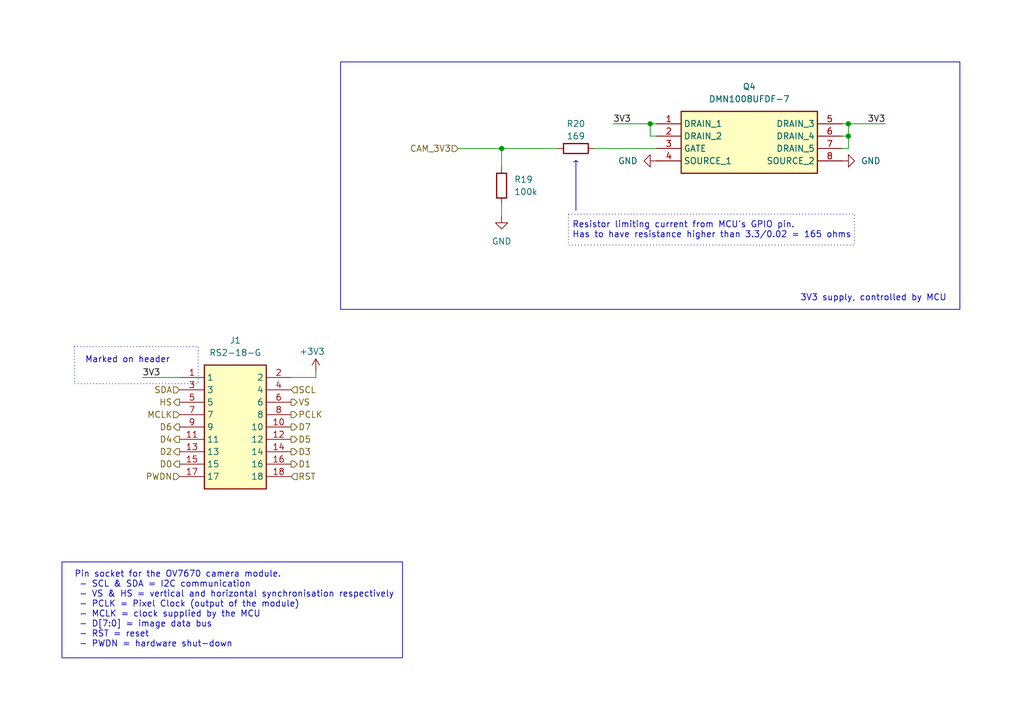
<source format=kicad_sch>
(kicad_sch
	(version 20231120)
	(generator "eeschema")
	(generator_version "8.0")
	(uuid "8b810c15-c345-4e7e-83b3-8492b626435d")
	(paper "A5")
	(lib_symbols
		(symbol "Device:R"
			(pin_numbers hide)
			(pin_names
				(offset 0)
			)
			(exclude_from_sim no)
			(in_bom yes)
			(on_board yes)
			(property "Reference" "R"
				(at 2.032 0 90)
				(effects
					(font
						(size 1.27 1.27)
					)
				)
			)
			(property "Value" "R"
				(at 0 0 90)
				(effects
					(font
						(size 1.27 1.27)
					)
				)
			)
			(property "Footprint" ""
				(at -1.778 0 90)
				(effects
					(font
						(size 1.27 1.27)
					)
					(hide yes)
				)
			)
			(property "Datasheet" "~"
				(at 0 0 0)
				(effects
					(font
						(size 1.27 1.27)
					)
					(hide yes)
				)
			)
			(property "Description" "Resistor"
				(at 0 0 0)
				(effects
					(font
						(size 1.27 1.27)
					)
					(hide yes)
				)
			)
			(property "ki_keywords" "R res resistor"
				(at 0 0 0)
				(effects
					(font
						(size 1.27 1.27)
					)
					(hide yes)
				)
			)
			(property "ki_fp_filters" "R_*"
				(at 0 0 0)
				(effects
					(font
						(size 1.27 1.27)
					)
					(hide yes)
				)
			)
			(symbol "R_0_1"
				(rectangle
					(start -1.016 -2.54)
					(end 1.016 2.54)
					(stroke
						(width 0.254)
						(type default)
					)
					(fill
						(type none)
					)
				)
			)
			(symbol "R_1_1"
				(pin passive line
					(at 0 3.81 270)
					(length 1.27)
					(name "~"
						(effects
							(font
								(size 1.27 1.27)
							)
						)
					)
					(number "1"
						(effects
							(font
								(size 1.27 1.27)
							)
						)
					)
				)
				(pin passive line
					(at 0 -3.81 90)
					(length 1.27)
					(name "~"
						(effects
							(font
								(size 1.27 1.27)
							)
						)
					)
					(number "2"
						(effects
							(font
								(size 1.27 1.27)
							)
						)
					)
				)
			)
		)
		(symbol "SamacSys_Parts:DMN1008UFDF-7"
			(exclude_from_sim no)
			(in_bom yes)
			(on_board yes)
			(property "Reference" "Q"
				(at 34.29 7.62 0)
				(effects
					(font
						(size 1.27 1.27)
					)
					(justify left top)
				)
			)
			(property "Value" "DMN1008UFDF-7"
				(at 34.29 5.08 0)
				(effects
					(font
						(size 1.27 1.27)
					)
					(justify left top)
				)
			)
			(property "Footprint" "DMN1008UFDF7"
				(at 34.29 -94.92 0)
				(effects
					(font
						(size 1.27 1.27)
					)
					(justify left top)
					(hide yes)
				)
			)
			(property "Datasheet" "https://www.diodes.com//assets/Datasheets/DMN1008UFDF.pdf"
				(at 34.29 -194.92 0)
				(effects
					(font
						(size 1.27 1.27)
					)
					(justify left top)
					(hide yes)
				)
			)
			(property "Description" "N-Channel 12 V 12.2A (Ta) 700mW (Ta) Surface Mount U-DFN2020-6 (Type F)"
				(at 0 0 0)
				(effects
					(font
						(size 1.27 1.27)
					)
					(hide yes)
				)
			)
			(property "Height" "0.63"
				(at 34.29 -394.92 0)
				(effects
					(font
						(size 1.27 1.27)
					)
					(justify left top)
					(hide yes)
				)
			)
			(property "Manufacturer_Name" "Diodes Incorporated"
				(at 34.29 -494.92 0)
				(effects
					(font
						(size 1.27 1.27)
					)
					(justify left top)
					(hide yes)
				)
			)
			(property "Manufacturer_Part_Number" "DMN1008UFDF-7"
				(at 34.29 -594.92 0)
				(effects
					(font
						(size 1.27 1.27)
					)
					(justify left top)
					(hide yes)
				)
			)
			(property "Mouser Part Number" "621-DMN1008UFDF-7"
				(at 34.29 -694.92 0)
				(effects
					(font
						(size 1.27 1.27)
					)
					(justify left top)
					(hide yes)
				)
			)
			(property "Mouser Price/Stock" "https://www.mouser.co.uk/ProductDetail/Diodes-Incorporated/DMN1008UFDF-7?qs=chTDxNqvsyn%2FQmgNwqXGFQ%3D%3D"
				(at 34.29 -794.92 0)
				(effects
					(font
						(size 1.27 1.27)
					)
					(justify left top)
					(hide yes)
				)
			)
			(property "Arrow Part Number" "DMN1008UFDF-7"
				(at 34.29 -894.92 0)
				(effects
					(font
						(size 1.27 1.27)
					)
					(justify left top)
					(hide yes)
				)
			)
			(property "Arrow Price/Stock" "https://www.arrow.com/en/products/dmn1008ufdf-7/diodes-incorporated"
				(at 34.29 -994.92 0)
				(effects
					(font
						(size 1.27 1.27)
					)
					(justify left top)
					(hide yes)
				)
			)
			(symbol "DMN1008UFDF-7_1_1"
				(rectangle
					(start 5.08 2.54)
					(end 33.02 -10.16)
					(stroke
						(width 0.254)
						(type default)
					)
					(fill
						(type background)
					)
				)
				(pin passive line
					(at 0 0 0)
					(length 5.08)
					(name "DRAIN_1"
						(effects
							(font
								(size 1.27 1.27)
							)
						)
					)
					(number "1"
						(effects
							(font
								(size 1.27 1.27)
							)
						)
					)
				)
				(pin passive line
					(at 0 -2.54 0)
					(length 5.08)
					(name "DRAIN_2"
						(effects
							(font
								(size 1.27 1.27)
							)
						)
					)
					(number "2"
						(effects
							(font
								(size 1.27 1.27)
							)
						)
					)
				)
				(pin passive line
					(at 0 -5.08 0)
					(length 5.08)
					(name "GATE"
						(effects
							(font
								(size 1.27 1.27)
							)
						)
					)
					(number "3"
						(effects
							(font
								(size 1.27 1.27)
							)
						)
					)
				)
				(pin passive line
					(at 0 -7.62 0)
					(length 5.08)
					(name "SOURCE_1"
						(effects
							(font
								(size 1.27 1.27)
							)
						)
					)
					(number "4"
						(effects
							(font
								(size 1.27 1.27)
							)
						)
					)
				)
				(pin passive line
					(at 38.1 0 180)
					(length 5.08)
					(name "DRAIN_3"
						(effects
							(font
								(size 1.27 1.27)
							)
						)
					)
					(number "5"
						(effects
							(font
								(size 1.27 1.27)
							)
						)
					)
				)
				(pin passive line
					(at 38.1 -2.54 180)
					(length 5.08)
					(name "DRAIN_4"
						(effects
							(font
								(size 1.27 1.27)
							)
						)
					)
					(number "6"
						(effects
							(font
								(size 1.27 1.27)
							)
						)
					)
				)
				(pin passive line
					(at 38.1 -5.08 180)
					(length 5.08)
					(name "DRAIN_5"
						(effects
							(font
								(size 1.27 1.27)
							)
						)
					)
					(number "7"
						(effects
							(font
								(size 1.27 1.27)
							)
						)
					)
				)
				(pin passive line
					(at 38.1 -7.62 180)
					(length 5.08)
					(name "SOURCE_2"
						(effects
							(font
								(size 1.27 1.27)
							)
						)
					)
					(number "8"
						(effects
							(font
								(size 1.27 1.27)
							)
						)
					)
				)
			)
		)
		(symbol "SamacSys_Parts:RS2-18-G"
			(exclude_from_sim no)
			(in_bom yes)
			(on_board yes)
			(property "Reference" "J"
				(at 19.05 7.62 0)
				(effects
					(font
						(size 1.27 1.27)
					)
					(justify left top)
				)
			)
			(property "Value" "RS2-18-G"
				(at 19.05 5.08 0)
				(effects
					(font
						(size 1.27 1.27)
					)
					(justify left top)
				)
			)
			(property "Footprint" "RHDR18W60P254_2X9_2337X500X889P"
				(at 19.05 -94.92 0)
				(effects
					(font
						(size 1.27 1.27)
					)
					(justify left top)
					(hide yes)
				)
			)
			(property "Datasheet" "https://app.adam-tech.com/products/download/data_sheet/202893/rs2-xx-g-data-sheet.pdf"
				(at 19.05 -194.92 0)
				(effects
					(font
						(size 1.27 1.27)
					)
					(justify left top)
					(hide yes)
				)
			)
			(property "Description" "Headers & Wire Housings RECEPTACLE STRIP 18P 2.54MM PITC"
				(at 0 0 0)
				(effects
					(font
						(size 1.27 1.27)
					)
					(hide yes)
				)
			)
			(property "Height" "8.89"
				(at 19.05 -394.92 0)
				(effects
					(font
						(size 1.27 1.27)
					)
					(justify left top)
					(hide yes)
				)
			)
			(property "Manufacturer_Name" "Adam Tech"
				(at 19.05 -494.92 0)
				(effects
					(font
						(size 1.27 1.27)
					)
					(justify left top)
					(hide yes)
				)
			)
			(property "Manufacturer_Part_Number" "RS2-18-G"
				(at 19.05 -594.92 0)
				(effects
					(font
						(size 1.27 1.27)
					)
					(justify left top)
					(hide yes)
				)
			)
			(property "Mouser Part Number" ""
				(at 19.05 -694.92 0)
				(effects
					(font
						(size 1.27 1.27)
					)
					(justify left top)
					(hide yes)
				)
			)
			(property "Mouser Price/Stock" ""
				(at 19.05 -794.92 0)
				(effects
					(font
						(size 1.27 1.27)
					)
					(justify left top)
					(hide yes)
				)
			)
			(property "Arrow Part Number" "RS2-18-G"
				(at 19.05 -894.92 0)
				(effects
					(font
						(size 1.27 1.27)
					)
					(justify left top)
					(hide yes)
				)
			)
			(property "Arrow Price/Stock" "https://www.arrow.com/en/products/rs2-18-g/adam-tech"
				(at 19.05 -994.92 0)
				(effects
					(font
						(size 1.27 1.27)
					)
					(justify left top)
					(hide yes)
				)
			)
			(symbol "RS2-18-G_1_1"
				(rectangle
					(start 5.08 2.54)
					(end 17.78 -22.86)
					(stroke
						(width 0.254)
						(type default)
					)
					(fill
						(type background)
					)
				)
				(pin passive line
					(at 0 0 0)
					(length 5.08)
					(name "1"
						(effects
							(font
								(size 1.27 1.27)
							)
						)
					)
					(number "1"
						(effects
							(font
								(size 1.27 1.27)
							)
						)
					)
				)
				(pin passive line
					(at 22.86 -10.16 180)
					(length 5.08)
					(name "10"
						(effects
							(font
								(size 1.27 1.27)
							)
						)
					)
					(number "10"
						(effects
							(font
								(size 1.27 1.27)
							)
						)
					)
				)
				(pin passive line
					(at 0 -12.7 0)
					(length 5.08)
					(name "11"
						(effects
							(font
								(size 1.27 1.27)
							)
						)
					)
					(number "11"
						(effects
							(font
								(size 1.27 1.27)
							)
						)
					)
				)
				(pin passive line
					(at 22.86 -12.7 180)
					(length 5.08)
					(name "12"
						(effects
							(font
								(size 1.27 1.27)
							)
						)
					)
					(number "12"
						(effects
							(font
								(size 1.27 1.27)
							)
						)
					)
				)
				(pin passive line
					(at 0 -15.24 0)
					(length 5.08)
					(name "13"
						(effects
							(font
								(size 1.27 1.27)
							)
						)
					)
					(number "13"
						(effects
							(font
								(size 1.27 1.27)
							)
						)
					)
				)
				(pin passive line
					(at 22.86 -15.24 180)
					(length 5.08)
					(name "14"
						(effects
							(font
								(size 1.27 1.27)
							)
						)
					)
					(number "14"
						(effects
							(font
								(size 1.27 1.27)
							)
						)
					)
				)
				(pin passive line
					(at 0 -17.78 0)
					(length 5.08)
					(name "15"
						(effects
							(font
								(size 1.27 1.27)
							)
						)
					)
					(number "15"
						(effects
							(font
								(size 1.27 1.27)
							)
						)
					)
				)
				(pin passive line
					(at 22.86 -17.78 180)
					(length 5.08)
					(name "16"
						(effects
							(font
								(size 1.27 1.27)
							)
						)
					)
					(number "16"
						(effects
							(font
								(size 1.27 1.27)
							)
						)
					)
				)
				(pin passive line
					(at 0 -20.32 0)
					(length 5.08)
					(name "17"
						(effects
							(font
								(size 1.27 1.27)
							)
						)
					)
					(number "17"
						(effects
							(font
								(size 1.27 1.27)
							)
						)
					)
				)
				(pin passive line
					(at 22.86 -20.32 180)
					(length 5.08)
					(name "18"
						(effects
							(font
								(size 1.27 1.27)
							)
						)
					)
					(number "18"
						(effects
							(font
								(size 1.27 1.27)
							)
						)
					)
				)
				(pin passive line
					(at 22.86 0 180)
					(length 5.08)
					(name "2"
						(effects
							(font
								(size 1.27 1.27)
							)
						)
					)
					(number "2"
						(effects
							(font
								(size 1.27 1.27)
							)
						)
					)
				)
				(pin passive line
					(at 0 -2.54 0)
					(length 5.08)
					(name "3"
						(effects
							(font
								(size 1.27 1.27)
							)
						)
					)
					(number "3"
						(effects
							(font
								(size 1.27 1.27)
							)
						)
					)
				)
				(pin passive line
					(at 22.86 -2.54 180)
					(length 5.08)
					(name "4"
						(effects
							(font
								(size 1.27 1.27)
							)
						)
					)
					(number "4"
						(effects
							(font
								(size 1.27 1.27)
							)
						)
					)
				)
				(pin passive line
					(at 0 -5.08 0)
					(length 5.08)
					(name "5"
						(effects
							(font
								(size 1.27 1.27)
							)
						)
					)
					(number "5"
						(effects
							(font
								(size 1.27 1.27)
							)
						)
					)
				)
				(pin passive line
					(at 22.86 -5.08 180)
					(length 5.08)
					(name "6"
						(effects
							(font
								(size 1.27 1.27)
							)
						)
					)
					(number "6"
						(effects
							(font
								(size 1.27 1.27)
							)
						)
					)
				)
				(pin passive line
					(at 0 -7.62 0)
					(length 5.08)
					(name "7"
						(effects
							(font
								(size 1.27 1.27)
							)
						)
					)
					(number "7"
						(effects
							(font
								(size 1.27 1.27)
							)
						)
					)
				)
				(pin passive line
					(at 22.86 -7.62 180)
					(length 5.08)
					(name "8"
						(effects
							(font
								(size 1.27 1.27)
							)
						)
					)
					(number "8"
						(effects
							(font
								(size 1.27 1.27)
							)
						)
					)
				)
				(pin passive line
					(at 0 -10.16 0)
					(length 5.08)
					(name "9"
						(effects
							(font
								(size 1.27 1.27)
							)
						)
					)
					(number "9"
						(effects
							(font
								(size 1.27 1.27)
							)
						)
					)
				)
			)
		)
		(symbol "power:+3V3"
			(power)
			(pin_numbers hide)
			(pin_names
				(offset 0) hide)
			(exclude_from_sim no)
			(in_bom yes)
			(on_board yes)
			(property "Reference" "#PWR"
				(at 0 -3.81 0)
				(effects
					(font
						(size 1.27 1.27)
					)
					(hide yes)
				)
			)
			(property "Value" "+3V3"
				(at 0 3.556 0)
				(effects
					(font
						(size 1.27 1.27)
					)
				)
			)
			(property "Footprint" ""
				(at 0 0 0)
				(effects
					(font
						(size 1.27 1.27)
					)
					(hide yes)
				)
			)
			(property "Datasheet" ""
				(at 0 0 0)
				(effects
					(font
						(size 1.27 1.27)
					)
					(hide yes)
				)
			)
			(property "Description" "Power symbol creates a global label with name \"+3V3\""
				(at 0 0 0)
				(effects
					(font
						(size 1.27 1.27)
					)
					(hide yes)
				)
			)
			(property "ki_keywords" "global power"
				(at 0 0 0)
				(effects
					(font
						(size 1.27 1.27)
					)
					(hide yes)
				)
			)
			(symbol "+3V3_0_1"
				(polyline
					(pts
						(xy -0.762 1.27) (xy 0 2.54)
					)
					(stroke
						(width 0)
						(type default)
					)
					(fill
						(type none)
					)
				)
				(polyline
					(pts
						(xy 0 0) (xy 0 2.54)
					)
					(stroke
						(width 0)
						(type default)
					)
					(fill
						(type none)
					)
				)
				(polyline
					(pts
						(xy 0 2.54) (xy 0.762 1.27)
					)
					(stroke
						(width 0)
						(type default)
					)
					(fill
						(type none)
					)
				)
			)
			(symbol "+3V3_1_1"
				(pin power_in line
					(at 0 0 90)
					(length 0)
					(name "~"
						(effects
							(font
								(size 1.27 1.27)
							)
						)
					)
					(number "1"
						(effects
							(font
								(size 1.27 1.27)
							)
						)
					)
				)
			)
		)
		(symbol "power:GND"
			(power)
			(pin_numbers hide)
			(pin_names
				(offset 0) hide)
			(exclude_from_sim no)
			(in_bom yes)
			(on_board yes)
			(property "Reference" "#PWR"
				(at 0 -6.35 0)
				(effects
					(font
						(size 1.27 1.27)
					)
					(hide yes)
				)
			)
			(property "Value" "GND"
				(at 0 -3.81 0)
				(effects
					(font
						(size 1.27 1.27)
					)
				)
			)
			(property "Footprint" ""
				(at 0 0 0)
				(effects
					(font
						(size 1.27 1.27)
					)
					(hide yes)
				)
			)
			(property "Datasheet" ""
				(at 0 0 0)
				(effects
					(font
						(size 1.27 1.27)
					)
					(hide yes)
				)
			)
			(property "Description" "Power symbol creates a global label with name \"GND\" , ground"
				(at 0 0 0)
				(effects
					(font
						(size 1.27 1.27)
					)
					(hide yes)
				)
			)
			(property "ki_keywords" "global power"
				(at 0 0 0)
				(effects
					(font
						(size 1.27 1.27)
					)
					(hide yes)
				)
			)
			(symbol "GND_0_1"
				(polyline
					(pts
						(xy 0 0) (xy 0 -1.27) (xy 1.27 -1.27) (xy 0 -2.54) (xy -1.27 -1.27) (xy 0 -1.27)
					)
					(stroke
						(width 0)
						(type default)
					)
					(fill
						(type none)
					)
				)
			)
			(symbol "GND_1_1"
				(pin power_in line
					(at 0 0 270)
					(length 0)
					(name "~"
						(effects
							(font
								(size 1.27 1.27)
							)
						)
					)
					(number "1"
						(effects
							(font
								(size 1.27 1.27)
							)
						)
					)
				)
			)
		)
	)
	(junction
		(at 173.99 25.4)
		(diameter 0)
		(color 0 0 0 0)
		(uuid "0da610de-3249-4f1d-95cb-e6b1fadb31dd")
	)
	(junction
		(at 102.87 30.48)
		(diameter 0)
		(color 0 0 0 0)
		(uuid "6e3bf0ed-e255-47d6-8cee-3e2feddfaed6")
	)
	(junction
		(at 133.35 25.4)
		(diameter 0)
		(color 0 0 0 0)
		(uuid "aaf5b6f7-d560-4168-85fb-bddd486bc5c1")
	)
	(junction
		(at 173.99 27.94)
		(diameter 0)
		(color 0 0 0 0)
		(uuid "b35c31fa-01ab-4ce8-b02d-b8ec4e1bbc9d")
	)
	(wire
		(pts
			(xy 172.72 25.4) (xy 173.99 25.4)
		)
		(stroke
			(width 0)
			(type default)
		)
		(uuid "1e33fc12-87bf-44ae-b1f9-032a58de5512")
	)
	(wire
		(pts
			(xy 173.99 30.48) (xy 173.99 27.94)
		)
		(stroke
			(width 0)
			(type default)
		)
		(uuid "4a94b3ef-599d-4538-99a8-7bb39c8fe596")
	)
	(wire
		(pts
			(xy 64.77 76.2) (xy 64.77 77.47)
		)
		(stroke
			(width 0)
			(type default)
		)
		(uuid "4c8fc943-1055-422a-9736-78ab5eccd625")
	)
	(wire
		(pts
			(xy 125.73 25.4) (xy 133.35 25.4)
		)
		(stroke
			(width 0)
			(type default)
		)
		(uuid "4e3c6b05-7f1a-4ae3-a56e-02dee21ce782")
	)
	(wire
		(pts
			(xy 134.62 27.94) (xy 133.35 27.94)
		)
		(stroke
			(width 0)
			(type default)
		)
		(uuid "4fc6d610-6c64-4ae7-be44-50870203fa45")
	)
	(wire
		(pts
			(xy 133.35 27.94) (xy 133.35 25.4)
		)
		(stroke
			(width 0)
			(type default)
		)
		(uuid "56eea1ac-1a52-4b20-9728-52918d7639e9")
	)
	(wire
		(pts
			(xy 133.35 25.4) (xy 134.62 25.4)
		)
		(stroke
			(width 0)
			(type default)
		)
		(uuid "717118df-924e-4bbc-84a5-fa6c6f2daf87")
	)
	(wire
		(pts
			(xy 121.92 30.48) (xy 134.62 30.48)
		)
		(stroke
			(width 0)
			(type default)
		)
		(uuid "7688270e-c8c9-4b45-a389-7349387e1cb2")
	)
	(wire
		(pts
			(xy 29.21 77.47) (xy 36.83 77.47)
		)
		(stroke
			(width 0)
			(type default)
		)
		(uuid "8ca2c3f3-ee2f-4b8a-b64b-54052e6c561e")
	)
	(wire
		(pts
			(xy 102.87 41.91) (xy 102.87 44.45)
		)
		(stroke
			(width 0)
			(type default)
		)
		(uuid "a591e7c8-d480-4e68-9d69-2409ac303dc5")
	)
	(wire
		(pts
			(xy 173.99 25.4) (xy 181.61 25.4)
		)
		(stroke
			(width 0)
			(type default)
		)
		(uuid "a640d5c1-62a4-4448-b334-7bb55d7b1676")
	)
	(wire
		(pts
			(xy 172.72 30.48) (xy 173.99 30.48)
		)
		(stroke
			(width 0)
			(type default)
		)
		(uuid "bd1a2c3f-2a2a-4ed0-8293-c66bad2954fc")
	)
	(wire
		(pts
			(xy 173.99 25.4) (xy 173.99 27.94)
		)
		(stroke
			(width 0)
			(type default)
		)
		(uuid "c392f2fc-adf4-4566-afdc-c2d93fefd052")
	)
	(wire
		(pts
			(xy 102.87 30.48) (xy 102.87 34.29)
		)
		(stroke
			(width 0)
			(type default)
		)
		(uuid "c6e85bb0-a597-4ea7-a5b1-334d610b1ae4")
	)
	(polyline
		(pts
			(xy 118.11 33.02) (xy 118.11 43.18)
		)
		(stroke
			(width 0)
			(type default)
		)
		(uuid "c9a8b150-032c-46c1-8d17-23e66fd7150d")
	)
	(wire
		(pts
			(xy 172.72 27.94) (xy 173.99 27.94)
		)
		(stroke
			(width 0)
			(type default)
		)
		(uuid "dc477e70-2378-4dc1-afbe-1e0946212bd3")
	)
	(wire
		(pts
			(xy 64.77 77.47) (xy 59.69 77.47)
		)
		(stroke
			(width 0)
			(type default)
		)
		(uuid "e3c7be90-4bd0-4a00-abb1-6dbc182090d0")
	)
	(wire
		(pts
			(xy 102.87 30.48) (xy 114.3 30.48)
		)
		(stroke
			(width 0)
			(type default)
		)
		(uuid "ec2aa368-4027-4d2f-8c7c-bdc10ccda52b")
	)
	(wire
		(pts
			(xy 93.98 30.48) (xy 102.87 30.48)
		)
		(stroke
			(width 0)
			(type default)
		)
		(uuid "f31b786f-b2c7-437f-8c42-701ef80fb9f3")
	)
	(rectangle
		(start 116.586 43.942)
		(end 175.26 50.292)
		(stroke
			(width 0)
			(type dot)
		)
		(fill
			(type none)
		)
		(uuid 3f7ceb0a-79bb-4fdd-9265-3d7364673183)
	)
	(rectangle
		(start 15.24 71.12)
		(end 40.64 78.74)
		(stroke
			(width 0)
			(type dot)
		)
		(fill
			(type none)
		)
		(uuid 7f5bb983-aeed-4c58-bbe5-318baea2d0c8)
	)
	(rectangle
		(start 12.7 115.316)
		(end 82.55 135.001)
		(stroke
			(width 0)
			(type default)
		)
		(fill
			(type none)
		)
		(uuid 956766e0-32bf-4d27-87d9-3bd7ed5a8f45)
	)
	(rectangle
		(start 69.85 12.7)
		(end 196.85 63.5)
		(stroke
			(width 0)
			(type default)
		)
		(fill
			(type none)
		)
		(uuid a25ec44f-dd63-454a-82e5-f1c721f61845)
	)
	(text "Pin socket for the OV7670 camera module.\n - SCL & SDA = I2C communication \n - VS & HS = vertical and horizontal synchronisation respectively\n - PCLK = Pixel Clock (output of the module)\n - MCLK = clock supplied by the MCU\n - D[7:0] = image data bus \n - RST = reset \n - PWDN = hardware shut-down\n"
		(exclude_from_sim no)
		(at 15.24 125.095 0)
		(effects
			(font
				(size 1.27 1.27)
			)
			(justify left)
		)
		(uuid "060f0bc5-804b-42e0-a5e6-313e9d1deb64")
	)
	(text "^"
		(exclude_from_sim no)
		(at 117.348 34.544 0)
		(effects
			(font
				(size 2.3 2.3)
			)
			(justify left)
		)
		(uuid "6bf5f436-5deb-48df-818c-ee4fddc91689")
	)
	(text "3V3 supply, controlled by MCU"
		(exclude_from_sim no)
		(at 164.084 61.214 0)
		(effects
			(font
				(size 1.27 1.27)
			)
			(justify left)
		)
		(uuid "7d525ca8-0e58-4d76-aa20-0709c8506bbd")
	)
	(text "Marked on header"
		(exclude_from_sim no)
		(at 26.162 73.914 0)
		(effects
			(font
				(size 1.27 1.27)
			)
		)
		(uuid "9ec5ee43-ff80-4ac8-8309-6a22ec935b3d")
	)
	(text "Resistor limiting current from MCU's GPIO pin. \nHas to have resistance higher than 3.3/0.02 = 165 ohms \n"
		(exclude_from_sim no)
		(at 117.348 47.244 0)
		(effects
			(font
				(size 1.27 1.27)
			)
			(justify left)
		)
		(uuid "b4183297-bf90-4f4c-a6d1-5c5183bacab6")
	)
	(label "3V3"
		(at 29.21 77.47 0)
		(effects
			(font
				(size 1.27 1.27)
			)
			(justify left bottom)
		)
		(uuid "cbd57b3d-e834-4bfa-a1f7-228fd428222f")
	)
	(label "3V3"
		(at 125.73 25.4 0)
		(effects
			(font
				(size 1.27 1.27)
			)
			(justify left bottom)
		)
		(uuid "dba9e411-252c-4f33-a3b5-7d4a9c4e1ae8")
	)
	(label "3V3"
		(at 181.61 25.4 180)
		(effects
			(font
				(size 1.27 1.27)
			)
			(justify right bottom)
		)
		(uuid "e49a5451-d8d1-4912-8ec5-5d62d6a5b1fb")
	)
	(hierarchical_label "PWDN"
		(shape input)
		(at 36.83 97.79 180)
		(effects
			(font
				(size 1.27 1.27)
			)
			(justify right)
		)
		(uuid "14a45f79-aa7c-4847-ae02-ed8d501d9ae5")
	)
	(hierarchical_label "D1"
		(shape output)
		(at 59.69 95.25 0)
		(effects
			(font
				(size 1.27 1.27)
			)
			(justify left)
		)
		(uuid "28dd96f4-e351-4c31-b56c-8500df4e01d4")
	)
	(hierarchical_label "D6"
		(shape output)
		(at 36.83 87.63 180)
		(effects
			(font
				(size 1.27 1.27)
			)
			(justify right)
		)
		(uuid "419f2613-de6e-48a3-8840-8d8c4532bc61")
	)
	(hierarchical_label "D7"
		(shape output)
		(at 59.69 87.63 0)
		(effects
			(font
				(size 1.27 1.27)
			)
			(justify left)
		)
		(uuid "46b60d6e-05c1-4ba6-aab7-afff0cac52ee")
	)
	(hierarchical_label "SCL"
		(shape input)
		(at 59.69 80.01 0)
		(effects
			(font
				(size 1.27 1.27)
			)
			(justify left)
		)
		(uuid "46de86cc-7efc-429f-a26a-f9cc25dd7e8d")
	)
	(hierarchical_label "VS"
		(shape output)
		(at 59.69 82.55 0)
		(effects
			(font
				(size 1.27 1.27)
			)
			(justify left)
		)
		(uuid "47be0b7d-9ee4-443a-9522-7da68f77aaa4")
	)
	(hierarchical_label "D0"
		(shape output)
		(at 36.83 95.25 180)
		(effects
			(font
				(size 1.27 1.27)
			)
			(justify right)
		)
		(uuid "83eff073-0ac6-4175-9141-3c047636cd10")
	)
	(hierarchical_label "D5"
		(shape output)
		(at 59.69 90.17 0)
		(effects
			(font
				(size 1.27 1.27)
			)
			(justify left)
		)
		(uuid "886c2e93-b716-4b2e-837f-763c13c687ca")
	)
	(hierarchical_label "PCLK"
		(shape output)
		(at 59.69 85.09 0)
		(effects
			(font
				(size 1.27 1.27)
			)
			(justify left)
		)
		(uuid "8ffc0b66-900d-4ff0-95f7-4b3e13731e03")
	)
	(hierarchical_label "RST"
		(shape input)
		(at 59.69 97.79 0)
		(effects
			(font
				(size 1.27 1.27)
			)
			(justify left)
		)
		(uuid "9059cae3-a4da-4bf3-b062-043ff7ad80fd")
	)
	(hierarchical_label "HS"
		(shape output)
		(at 36.83 82.55 180)
		(effects
			(font
				(size 1.27 1.27)
			)
			(justify right)
		)
		(uuid "9c801d49-a7a3-413f-a55d-aa62dc3bf3dc")
	)
	(hierarchical_label "CAM_3V3"
		(shape input)
		(at 93.98 30.48 180)
		(effects
			(font
				(size 1.27 1.27)
			)
			(justify right)
		)
		(uuid "a2176ded-3046-41d3-8ed7-87ea4f30b405")
	)
	(hierarchical_label "D3"
		(shape output)
		(at 59.69 92.71 0)
		(effects
			(font
				(size 1.27 1.27)
			)
			(justify left)
		)
		(uuid "a39f1951-35b2-4d00-9c10-fbefa2ee76e0")
	)
	(hierarchical_label "SDA"
		(shape input)
		(at 36.83 80.01 180)
		(effects
			(font
				(size 1.27 1.27)
			)
			(justify right)
		)
		(uuid "bb6f4183-95f2-4d31-8e96-5ad4685cba1d")
	)
	(hierarchical_label "MCLK"
		(shape input)
		(at 36.83 85.09 180)
		(effects
			(font
				(size 1.27 1.27)
			)
			(justify right)
		)
		(uuid "e6a75224-167f-40ca-94fd-0103abfef99e")
	)
	(hierarchical_label "D2"
		(shape output)
		(at 36.83 92.71 180)
		(effects
			(font
				(size 1.27 1.27)
			)
			(justify right)
		)
		(uuid "f783065c-4014-4835-a805-c56d56687d85")
	)
	(hierarchical_label "D4"
		(shape output)
		(at 36.83 90.17 180)
		(effects
			(font
				(size 1.27 1.27)
			)
			(justify right)
		)
		(uuid "fc4d2373-6f11-4747-a760-b65449681603")
	)
	(symbol
		(lib_id "SamacSys_Parts:DMN1008UFDF-7")
		(at 134.62 25.4 0)
		(unit 1)
		(exclude_from_sim no)
		(in_bom yes)
		(on_board yes)
		(dnp no)
		(fields_autoplaced yes)
		(uuid "00a39a8e-80fd-4107-81e7-24d82a3e1598")
		(property "Reference" "Q4"
			(at 153.67 17.78 0)
			(effects
				(font
					(size 1.27 1.27)
				)
			)
		)
		(property "Value" "DMN1008UFDF-7"
			(at 153.67 20.32 0)
			(effects
				(font
					(size 1.27 1.27)
				)
			)
		)
		(property "Footprint" "DMN1008UFDF7"
			(at 168.91 120.32 0)
			(effects
				(font
					(size 1.27 1.27)
				)
				(justify left top)
				(hide yes)
			)
		)
		(property "Datasheet" "https://www.diodes.com//assets/Datasheets/DMN1008UFDF.pdf"
			(at 168.91 220.32 0)
			(effects
				(font
					(size 1.27 1.27)
				)
				(justify left top)
				(hide yes)
			)
		)
		(property "Description" "N-Channel 12 V 12.2A (Ta) 700mW (Ta) Surface Mount U-DFN2020-6 (Type F)"
			(at 134.62 25.4 0)
			(effects
				(font
					(size 1.27 1.27)
				)
				(hide yes)
			)
		)
		(property "Height" "0.63"
			(at 168.91 420.32 0)
			(effects
				(font
					(size 1.27 1.27)
				)
				(justify left top)
				(hide yes)
			)
		)
		(property "Manufacturer_Name" "Diodes Incorporated"
			(at 168.91 520.32 0)
			(effects
				(font
					(size 1.27 1.27)
				)
				(justify left top)
				(hide yes)
			)
		)
		(property "Manufacturer_Part_Number" "DMN1008UFDF-7"
			(at 168.91 620.32 0)
			(effects
				(font
					(size 1.27 1.27)
				)
				(justify left top)
				(hide yes)
			)
		)
		(property "Mouser Part Number" "621-DMN1008UFDF-7"
			(at 168.91 720.32 0)
			(effects
				(font
					(size 1.27 1.27)
				)
				(justify left top)
				(hide yes)
			)
		)
		(property "Mouser Price/Stock" "https://www.mouser.co.uk/ProductDetail/Diodes-Incorporated/DMN1008UFDF-7?qs=chTDxNqvsyn%2FQmgNwqXGFQ%3D%3D"
			(at 168.91 820.32 0)
			(effects
				(font
					(size 1.27 1.27)
				)
				(justify left top)
				(hide yes)
			)
		)
		(property "Arrow Part Number" "DMN1008UFDF-7"
			(at 168.91 920.32 0)
			(effects
				(font
					(size 1.27 1.27)
				)
				(justify left top)
				(hide yes)
			)
		)
		(property "Arrow Price/Stock" "https://www.arrow.com/en/products/dmn1008ufdf-7/diodes-incorporated"
			(at 168.91 1020.32 0)
			(effects
				(font
					(size 1.27 1.27)
				)
				(justify left top)
				(hide yes)
			)
		)
		(pin "1"
			(uuid "28e16c5d-a81e-469c-9af2-9adcade1d146")
		)
		(pin "5"
			(uuid "9bde269c-e603-4541-a442-c3003e24b81c")
		)
		(pin "2"
			(uuid "dfb0df18-dd65-4781-b619-1516ecaacffa")
		)
		(pin "8"
			(uuid "b2051dad-6b44-4a26-bc00-0bf2d17fc435")
		)
		(pin "3"
			(uuid "00c4e358-f398-4bdd-bd91-ab8f870f56bb")
		)
		(pin "4"
			(uuid "2a32ab94-cf68-4a5d-81de-2e51394b155c")
		)
		(pin "6"
			(uuid "daf433bf-f120-468b-bf74-c8d400540baf")
		)
		(pin "7"
			(uuid "8464b278-0fc8-4865-a6af-bb300742af4e")
		)
		(instances
			(project ""
				(path "/e8e834c4-1afb-42f7-b718-3cb720dae1d5/a0c7114d-8344-4dfb-8086-bd9d063d8594"
					(reference "Q4")
					(unit 1)
				)
			)
		)
	)
	(symbol
		(lib_id "Device:R")
		(at 102.87 38.1 0)
		(unit 1)
		(exclude_from_sim no)
		(in_bom yes)
		(on_board yes)
		(dnp no)
		(fields_autoplaced yes)
		(uuid "1ebf9a34-c0d5-46d7-ad4e-300c071a1b6c")
		(property "Reference" "R19"
			(at 105.41 36.8299 0)
			(effects
				(font
					(size 1.27 1.27)
				)
				(justify left)
			)
		)
		(property "Value" "100k"
			(at 105.41 39.3699 0)
			(effects
				(font
					(size 1.27 1.27)
				)
				(justify left)
			)
		)
		(property "Footprint" "Resistor_SMD:R_0402_1005Metric"
			(at 101.092 38.1 90)
			(effects
				(font
					(size 1.27 1.27)
				)
				(hide yes)
			)
		)
		(property "Datasheet" "~"
			(at 102.87 38.1 0)
			(effects
				(font
					(size 1.27 1.27)
				)
				(hide yes)
			)
		)
		(property "Description" "Resistor"
			(at 102.87 38.1 0)
			(effects
				(font
					(size 1.27 1.27)
				)
				(hide yes)
			)
		)
		(pin "1"
			(uuid "dba212cd-5acb-4bbf-9b48-f22331a07296")
		)
		(pin "2"
			(uuid "92bb8da5-3b18-4f75-a241-9622f97d5607")
		)
		(instances
			(project ""
				(path "/e8e834c4-1afb-42f7-b718-3cb720dae1d5/a0c7114d-8344-4dfb-8086-bd9d063d8594"
					(reference "R19")
					(unit 1)
				)
			)
		)
	)
	(symbol
		(lib_id "power:GND")
		(at 134.62 33.02 270)
		(unit 1)
		(exclude_from_sim no)
		(in_bom yes)
		(on_board yes)
		(dnp no)
		(fields_autoplaced yes)
		(uuid "7484f0aa-8da5-4065-86fb-7c3a0fa7d59d")
		(property "Reference" "#PWR043"
			(at 128.27 33.02 0)
			(effects
				(font
					(size 1.27 1.27)
				)
				(hide yes)
			)
		)
		(property "Value" "GND"
			(at 130.81 33.0199 90)
			(effects
				(font
					(size 1.27 1.27)
				)
				(justify right)
			)
		)
		(property "Footprint" ""
			(at 134.62 33.02 0)
			(effects
				(font
					(size 1.27 1.27)
				)
				(hide yes)
			)
		)
		(property "Datasheet" ""
			(at 134.62 33.02 0)
			(effects
				(font
					(size 1.27 1.27)
				)
				(hide yes)
			)
		)
		(property "Description" "Power symbol creates a global label with name \"GND\" , ground"
			(at 134.62 33.02 0)
			(effects
				(font
					(size 1.27 1.27)
				)
				(hide yes)
			)
		)
		(pin "1"
			(uuid "264e7c5e-e2ba-4341-a918-9361477e791a")
		)
		(instances
			(project "obvod"
				(path "/e8e834c4-1afb-42f7-b718-3cb720dae1d5/a0c7114d-8344-4dfb-8086-bd9d063d8594"
					(reference "#PWR043")
					(unit 1)
				)
			)
		)
	)
	(symbol
		(lib_id "Device:R")
		(at 118.11 30.48 90)
		(unit 1)
		(exclude_from_sim no)
		(in_bom yes)
		(on_board yes)
		(dnp no)
		(uuid "834b7b0a-4c03-4477-9bcd-1a946fc03e7b")
		(property "Reference" "R20"
			(at 118.11 25.4 90)
			(effects
				(font
					(size 1.27 1.27)
				)
			)
		)
		(property "Value" "169"
			(at 118.11 27.94 90)
			(effects
				(font
					(size 1.27 1.27)
				)
			)
		)
		(property "Footprint" "Resistor_SMD:R_0603_1608Metric"
			(at 118.11 32.258 90)
			(effects
				(font
					(size 1.27 1.27)
				)
				(hide yes)
			)
		)
		(property "Datasheet" "~"
			(at 118.11 30.48 0)
			(effects
				(font
					(size 1.27 1.27)
				)
				(hide yes)
			)
		)
		(property "Description" "Resistor"
			(at 118.11 30.48 0)
			(effects
				(font
					(size 1.27 1.27)
				)
				(hide yes)
			)
		)
		(pin "1"
			(uuid "4325e95b-494a-4d7f-ad8d-f5cc0fb8ce3b")
		)
		(pin "2"
			(uuid "6c8eece5-fa19-411d-ad98-7a9dd50f451b")
		)
		(instances
			(project "obvod"
				(path "/e8e834c4-1afb-42f7-b718-3cb720dae1d5/a0c7114d-8344-4dfb-8086-bd9d063d8594"
					(reference "R20")
					(unit 1)
				)
			)
		)
	)
	(symbol
		(lib_id "power:GND")
		(at 172.72 33.02 90)
		(unit 1)
		(exclude_from_sim no)
		(in_bom yes)
		(on_board yes)
		(dnp no)
		(fields_autoplaced yes)
		(uuid "ae9b8345-a857-4254-8353-77dc6000e07e")
		(property "Reference" "#PWR044"
			(at 179.07 33.02 0)
			(effects
				(font
					(size 1.27 1.27)
				)
				(hide yes)
			)
		)
		(property "Value" "GND"
			(at 176.53 33.0199 90)
			(effects
				(font
					(size 1.27 1.27)
				)
				(justify right)
			)
		)
		(property "Footprint" ""
			(at 172.72 33.02 0)
			(effects
				(font
					(size 1.27 1.27)
				)
				(hide yes)
			)
		)
		(property "Datasheet" ""
			(at 172.72 33.02 0)
			(effects
				(font
					(size 1.27 1.27)
				)
				(hide yes)
			)
		)
		(property "Description" "Power symbol creates a global label with name \"GND\" , ground"
			(at 172.72 33.02 0)
			(effects
				(font
					(size 1.27 1.27)
				)
				(hide yes)
			)
		)
		(pin "1"
			(uuid "f5b24dd4-5d59-4702-b07e-e74e852b63ab")
		)
		(instances
			(project "obvod"
				(path "/e8e834c4-1afb-42f7-b718-3cb720dae1d5/a0c7114d-8344-4dfb-8086-bd9d063d8594"
					(reference "#PWR044")
					(unit 1)
				)
			)
		)
	)
	(symbol
		(lib_id "power:+3V3")
		(at 64.77 76.2 0)
		(unit 1)
		(exclude_from_sim no)
		(in_bom yes)
		(on_board yes)
		(dnp no)
		(uuid "e192eb85-a2b3-4685-9fb9-06b2cbcebab6")
		(property "Reference" "#PWR021"
			(at 64.77 80.01 0)
			(effects
				(font
					(size 1.27 1.27)
				)
				(hide yes)
			)
		)
		(property "Value" "+3V3"
			(at 64.008 72.136 0)
			(effects
				(font
					(size 1.27 1.27)
				)
			)
		)
		(property "Footprint" ""
			(at 64.77 76.2 0)
			(effects
				(font
					(size 1.27 1.27)
				)
				(hide yes)
			)
		)
		(property "Datasheet" ""
			(at 64.77 76.2 0)
			(effects
				(font
					(size 1.27 1.27)
				)
				(hide yes)
			)
		)
		(property "Description" "Power symbol creates a global label with name \"+3V3\""
			(at 64.77 76.2 0)
			(effects
				(font
					(size 1.27 1.27)
				)
				(hide yes)
			)
		)
		(pin "1"
			(uuid "0222c480-fab9-4ddb-9f59-4d5084f21949")
		)
		(instances
			(project "obvod"
				(path "/e8e834c4-1afb-42f7-b718-3cb720dae1d5/a0c7114d-8344-4dfb-8086-bd9d063d8594"
					(reference "#PWR021")
					(unit 1)
				)
			)
		)
	)
	(symbol
		(lib_id "power:GND")
		(at 102.87 44.45 0)
		(unit 1)
		(exclude_from_sim no)
		(in_bom yes)
		(on_board yes)
		(dnp no)
		(fields_autoplaced yes)
		(uuid "e20e607b-dfe9-41bd-9958-ca306d419c6e")
		(property "Reference" "#PWR042"
			(at 102.87 50.8 0)
			(effects
				(font
					(size 1.27 1.27)
				)
				(hide yes)
			)
		)
		(property "Value" "GND"
			(at 102.87 49.53 0)
			(effects
				(font
					(size 1.27 1.27)
				)
			)
		)
		(property "Footprint" ""
			(at 102.87 44.45 0)
			(effects
				(font
					(size 1.27 1.27)
				)
				(hide yes)
			)
		)
		(property "Datasheet" ""
			(at 102.87 44.45 0)
			(effects
				(font
					(size 1.27 1.27)
				)
				(hide yes)
			)
		)
		(property "Description" "Power symbol creates a global label with name \"GND\" , ground"
			(at 102.87 44.45 0)
			(effects
				(font
					(size 1.27 1.27)
				)
				(hide yes)
			)
		)
		(pin "1"
			(uuid "c7002034-d369-42e8-bfe3-d812c017a05a")
		)
		(instances
			(project "obvod"
				(path "/e8e834c4-1afb-42f7-b718-3cb720dae1d5/a0c7114d-8344-4dfb-8086-bd9d063d8594"
					(reference "#PWR042")
					(unit 1)
				)
			)
		)
	)
	(symbol
		(lib_id "SamacSys_Parts:RS2-18-G")
		(at 36.83 77.47 0)
		(unit 1)
		(exclude_from_sim no)
		(in_bom yes)
		(on_board yes)
		(dnp no)
		(fields_autoplaced yes)
		(uuid "e6d0acc7-38ba-4e82-9ede-83889b9c3854")
		(property "Reference" "J1"
			(at 48.26 69.85 0)
			(effects
				(font
					(size 1.27 1.27)
				)
			)
		)
		(property "Value" "RS2-18-G"
			(at 48.26 72.39 0)
			(effects
				(font
					(size 1.27 1.27)
				)
			)
		)
		(property "Footprint" "RHDR18W60P254_2X9_2337X500X889P"
			(at 55.88 172.39 0)
			(effects
				(font
					(size 1.27 1.27)
				)
				(justify left top)
				(hide yes)
			)
		)
		(property "Datasheet" "https://app.adam-tech.com/products/download/data_sheet/202893/rs2-xx-g-data-sheet.pdf"
			(at 55.88 272.39 0)
			(effects
				(font
					(size 1.27 1.27)
				)
				(justify left top)
				(hide yes)
			)
		)
		(property "Description" "Headers & Wire Housings RECEPTACLE STRIP 18P 2.54MM PITC"
			(at 36.83 77.47 0)
			(effects
				(font
					(size 1.27 1.27)
				)
				(hide yes)
			)
		)
		(property "Height" "8.89"
			(at 55.88 472.39 0)
			(effects
				(font
					(size 1.27 1.27)
				)
				(justify left top)
				(hide yes)
			)
		)
		(property "Manufacturer_Name" "Adam Tech"
			(at 55.88 572.39 0)
			(effects
				(font
					(size 1.27 1.27)
				)
				(justify left top)
				(hide yes)
			)
		)
		(property "Manufacturer_Part_Number" "RS2-18-G"
			(at 55.88 672.39 0)
			(effects
				(font
					(size 1.27 1.27)
				)
				(justify left top)
				(hide yes)
			)
		)
		(property "Mouser Part Number" ""
			(at 55.88 772.39 0)
			(effects
				(font
					(size 1.27 1.27)
				)
				(justify left top)
				(hide yes)
			)
		)
		(property "Mouser Price/Stock" ""
			(at 55.88 872.39 0)
			(effects
				(font
					(size 1.27 1.27)
				)
				(justify left top)
				(hide yes)
			)
		)
		(property "Arrow Part Number" "RS2-18-G"
			(at 55.88 972.39 0)
			(effects
				(font
					(size 1.27 1.27)
				)
				(justify left top)
				(hide yes)
			)
		)
		(property "Arrow Price/Stock" "https://www.arrow.com/en/products/rs2-18-g/adam-tech"
			(at 55.88 1072.39 0)
			(effects
				(font
					(size 1.27 1.27)
				)
				(justify left top)
				(hide yes)
			)
		)
		(pin "16"
			(uuid "37a35c6c-2861-428d-9cb4-297fdb33b746")
		)
		(pin "13"
			(uuid "043b7fb0-80dd-48be-a539-b4c75e38185f")
		)
		(pin "15"
			(uuid "3c47a1d6-129c-4f79-af58-e1201c9e06fd")
		)
		(pin "14"
			(uuid "14d9e449-9a40-41b6-be68-59dd129b82ce")
		)
		(pin "18"
			(uuid "1918f161-5a1f-4bb4-b226-f6930d50af10")
		)
		(pin "9"
			(uuid "fba70152-2d3e-46ef-a122-fcd33970ceca")
		)
		(pin "12"
			(uuid "09b20a18-e272-400a-8f80-2e5cb01e9473")
		)
		(pin "6"
			(uuid "6cae4f77-f1f1-4a92-98f6-70f1e1aec9d3")
		)
		(pin "17"
			(uuid "f53d76d5-886c-4244-9744-0364e1484743")
		)
		(pin "7"
			(uuid "a87998f8-f2ec-4723-aea7-a1a6795e2286")
		)
		(pin "3"
			(uuid "4e7f7e37-cd50-43e1-9e6a-9baf0a5171cf")
		)
		(pin "8"
			(uuid "b16ffa41-e1d2-4a7c-b301-edc8f7342fa0")
		)
		(pin "1"
			(uuid "b123edc3-315b-4360-817c-8a2256d60ee1")
		)
		(pin "2"
			(uuid "7ffe3ccb-44a2-4d10-a7b7-cfbfc69c672a")
		)
		(pin "10"
			(uuid "b6d8cc92-729d-4701-873a-8afc31b5fb9d")
		)
		(pin "5"
			(uuid "c82cc753-db0a-443f-b2cc-c8bcc25bafeb")
		)
		(pin "4"
			(uuid "00d5e223-c255-4787-bbc9-b78991e825fc")
		)
		(pin "11"
			(uuid "112ee336-0493-4ef2-ac85-d4f8724c888d")
		)
		(instances
			(project ""
				(path "/e8e834c4-1afb-42f7-b718-3cb720dae1d5/a0c7114d-8344-4dfb-8086-bd9d063d8594"
					(reference "J1")
					(unit 1)
				)
			)
		)
	)
)

</source>
